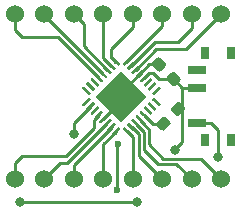
<source format=gbr>
G04 #@! TF.GenerationSoftware,KiCad,Pcbnew,5.1.6-c6e7f7d~87~ubuntu19.10.1*
G04 #@! TF.CreationDate,2020-11-06T01:06:48+01:00*
G04 #@! TF.ProjectId,board_attiny48_88,626f6172-645f-4617-9474-696e7934385f,rev?*
G04 #@! TF.SameCoordinates,Original*
G04 #@! TF.FileFunction,Copper,L1,Top*
G04 #@! TF.FilePolarity,Positive*
%FSLAX46Y46*%
G04 Gerber Fmt 4.6, Leading zero omitted, Abs format (unit mm)*
G04 Created by KiCad (PCBNEW 5.1.6-c6e7f7d~87~ubuntu19.10.1) date 2020-11-06 01:06:48*
%MOMM*%
%LPD*%
G01*
G04 APERTURE LIST*
G04 #@! TA.AperFunction,SMDPad,CuDef*
%ADD10C,0.100000*%
G04 #@! TD*
G04 #@! TA.AperFunction,ComponentPad*
%ADD11C,1.524000*%
G04 #@! TD*
G04 #@! TA.AperFunction,SMDPad,CuDef*
%ADD12R,0.800000X1.000000*%
G04 #@! TD*
G04 #@! TA.AperFunction,SMDPad,CuDef*
%ADD13R,1.500000X0.700000*%
G04 #@! TD*
G04 #@! TA.AperFunction,ViaPad*
%ADD14C,0.800000*%
G04 #@! TD*
G04 #@! TA.AperFunction,ViaPad*
%ADD15C,0.600000*%
G04 #@! TD*
G04 #@! TA.AperFunction,Conductor*
%ADD16C,0.250000*%
G04 #@! TD*
G04 #@! TA.AperFunction,Conductor*
%ADD17C,0.350000*%
G04 #@! TD*
G04 APERTURE END LIST*
G04 #@! TA.AperFunction,SMDPad,CuDef*
G36*
G01*
X80355775Y-45213711D02*
X80444163Y-45302099D01*
G75*
G02*
X80444163Y-45390487I-44194J-44194D01*
G01*
X79913833Y-45920817D01*
G75*
G02*
X79825445Y-45920817I-44194J44194D01*
G01*
X79737057Y-45832429D01*
G75*
G02*
X79737057Y-45744041I44194J44194D01*
G01*
X80267387Y-45213711D01*
G75*
G02*
X80355775Y-45213711I44194J-44194D01*
G01*
G37*
G04 #@! TD.AperFunction*
G04 #@! TA.AperFunction,SMDPad,CuDef*
G36*
G01*
X80002221Y-44860158D02*
X80090609Y-44948546D01*
G75*
G02*
X80090609Y-45036934I-44194J-44194D01*
G01*
X79560279Y-45567264D01*
G75*
G02*
X79471891Y-45567264I-44194J44194D01*
G01*
X79383503Y-45478876D01*
G75*
G02*
X79383503Y-45390488I44194J44194D01*
G01*
X79913833Y-44860158D01*
G75*
G02*
X80002221Y-44860158I44194J-44194D01*
G01*
G37*
G04 #@! TD.AperFunction*
G04 #@! TA.AperFunction,SMDPad,CuDef*
G36*
G01*
X79648668Y-44506604D02*
X79737056Y-44594992D01*
G75*
G02*
X79737056Y-44683380I-44194J-44194D01*
G01*
X79206726Y-45213710D01*
G75*
G02*
X79118338Y-45213710I-44194J44194D01*
G01*
X79029950Y-45125322D01*
G75*
G02*
X79029950Y-45036934I44194J44194D01*
G01*
X79560280Y-44506604D01*
G75*
G02*
X79648668Y-44506604I44194J-44194D01*
G01*
G37*
G04 #@! TD.AperFunction*
G04 #@! TA.AperFunction,SMDPad,CuDef*
G36*
G01*
X79295114Y-44153051D02*
X79383502Y-44241439D01*
G75*
G02*
X79383502Y-44329827I-44194J-44194D01*
G01*
X78853172Y-44860157D01*
G75*
G02*
X78764784Y-44860157I-44194J44194D01*
G01*
X78676396Y-44771769D01*
G75*
G02*
X78676396Y-44683381I44194J44194D01*
G01*
X79206726Y-44153051D01*
G75*
G02*
X79295114Y-44153051I44194J-44194D01*
G01*
G37*
G04 #@! TD.AperFunction*
G04 #@! TA.AperFunction,SMDPad,CuDef*
G36*
G01*
X78941561Y-43799498D02*
X79029949Y-43887886D01*
G75*
G02*
X79029949Y-43976274I-44194J-44194D01*
G01*
X78499619Y-44506604D01*
G75*
G02*
X78411231Y-44506604I-44194J44194D01*
G01*
X78322843Y-44418216D01*
G75*
G02*
X78322843Y-44329828I44194J44194D01*
G01*
X78853173Y-43799498D01*
G75*
G02*
X78941561Y-43799498I44194J-44194D01*
G01*
G37*
G04 #@! TD.AperFunction*
G04 #@! TA.AperFunction,SMDPad,CuDef*
G36*
G01*
X78588008Y-43445944D02*
X78676396Y-43534332D01*
G75*
G02*
X78676396Y-43622720I-44194J-44194D01*
G01*
X78146066Y-44153050D01*
G75*
G02*
X78057678Y-44153050I-44194J44194D01*
G01*
X77969290Y-44064662D01*
G75*
G02*
X77969290Y-43976274I44194J44194D01*
G01*
X78499620Y-43445944D01*
G75*
G02*
X78588008Y-43445944I44194J-44194D01*
G01*
G37*
G04 #@! TD.AperFunction*
G04 #@! TA.AperFunction,SMDPad,CuDef*
G36*
G01*
X78234454Y-43092391D02*
X78322842Y-43180779D01*
G75*
G02*
X78322842Y-43269167I-44194J-44194D01*
G01*
X77792512Y-43799497D01*
G75*
G02*
X77704124Y-43799497I-44194J44194D01*
G01*
X77615736Y-43711109D01*
G75*
G02*
X77615736Y-43622721I44194J44194D01*
G01*
X78146066Y-43092391D01*
G75*
G02*
X78234454Y-43092391I44194J-44194D01*
G01*
G37*
G04 #@! TD.AperFunction*
G04 #@! TA.AperFunction,SMDPad,CuDef*
G36*
G01*
X77880901Y-42738837D02*
X77969289Y-42827225D01*
G75*
G02*
X77969289Y-42915613I-44194J-44194D01*
G01*
X77438959Y-43445943D01*
G75*
G02*
X77350571Y-43445943I-44194J44194D01*
G01*
X77262183Y-43357555D01*
G75*
G02*
X77262183Y-43269167I44194J44194D01*
G01*
X77792513Y-42738837D01*
G75*
G02*
X77880901Y-42738837I44194J-44194D01*
G01*
G37*
G04 #@! TD.AperFunction*
G04 #@! TA.AperFunction,SMDPad,CuDef*
G36*
G01*
X76466687Y-42738837D02*
X76997017Y-43269167D01*
G75*
G02*
X76997017Y-43357555I-44194J-44194D01*
G01*
X76908629Y-43445943D01*
G75*
G02*
X76820241Y-43445943I-44194J44194D01*
G01*
X76289911Y-42915613D01*
G75*
G02*
X76289911Y-42827225I44194J44194D01*
G01*
X76378299Y-42738837D01*
G75*
G02*
X76466687Y-42738837I44194J-44194D01*
G01*
G37*
G04 #@! TD.AperFunction*
G04 #@! TA.AperFunction,SMDPad,CuDef*
G36*
G01*
X76113134Y-43092391D02*
X76643464Y-43622721D01*
G75*
G02*
X76643464Y-43711109I-44194J-44194D01*
G01*
X76555076Y-43799497D01*
G75*
G02*
X76466688Y-43799497I-44194J44194D01*
G01*
X75936358Y-43269167D01*
G75*
G02*
X75936358Y-43180779I44194J44194D01*
G01*
X76024746Y-43092391D01*
G75*
G02*
X76113134Y-43092391I44194J-44194D01*
G01*
G37*
G04 #@! TD.AperFunction*
G04 #@! TA.AperFunction,SMDPad,CuDef*
G36*
G01*
X75759580Y-43445944D02*
X76289910Y-43976274D01*
G75*
G02*
X76289910Y-44064662I-44194J-44194D01*
G01*
X76201522Y-44153050D01*
G75*
G02*
X76113134Y-44153050I-44194J44194D01*
G01*
X75582804Y-43622720D01*
G75*
G02*
X75582804Y-43534332I44194J44194D01*
G01*
X75671192Y-43445944D01*
G75*
G02*
X75759580Y-43445944I44194J-44194D01*
G01*
G37*
G04 #@! TD.AperFunction*
G04 #@! TA.AperFunction,SMDPad,CuDef*
G36*
G01*
X75406027Y-43799498D02*
X75936357Y-44329828D01*
G75*
G02*
X75936357Y-44418216I-44194J-44194D01*
G01*
X75847969Y-44506604D01*
G75*
G02*
X75759581Y-44506604I-44194J44194D01*
G01*
X75229251Y-43976274D01*
G75*
G02*
X75229251Y-43887886I44194J44194D01*
G01*
X75317639Y-43799498D01*
G75*
G02*
X75406027Y-43799498I44194J-44194D01*
G01*
G37*
G04 #@! TD.AperFunction*
G04 #@! TA.AperFunction,SMDPad,CuDef*
G36*
G01*
X75052474Y-44153051D02*
X75582804Y-44683381D01*
G75*
G02*
X75582804Y-44771769I-44194J-44194D01*
G01*
X75494416Y-44860157D01*
G75*
G02*
X75406028Y-44860157I-44194J44194D01*
G01*
X74875698Y-44329827D01*
G75*
G02*
X74875698Y-44241439I44194J44194D01*
G01*
X74964086Y-44153051D01*
G75*
G02*
X75052474Y-44153051I44194J-44194D01*
G01*
G37*
G04 #@! TD.AperFunction*
G04 #@! TA.AperFunction,SMDPad,CuDef*
G36*
G01*
X74698920Y-44506604D02*
X75229250Y-45036934D01*
G75*
G02*
X75229250Y-45125322I-44194J-44194D01*
G01*
X75140862Y-45213710D01*
G75*
G02*
X75052474Y-45213710I-44194J44194D01*
G01*
X74522144Y-44683380D01*
G75*
G02*
X74522144Y-44594992I44194J44194D01*
G01*
X74610532Y-44506604D01*
G75*
G02*
X74698920Y-44506604I44194J-44194D01*
G01*
G37*
G04 #@! TD.AperFunction*
G04 #@! TA.AperFunction,SMDPad,CuDef*
G36*
G01*
X74345367Y-44860158D02*
X74875697Y-45390488D01*
G75*
G02*
X74875697Y-45478876I-44194J-44194D01*
G01*
X74787309Y-45567264D01*
G75*
G02*
X74698921Y-45567264I-44194J44194D01*
G01*
X74168591Y-45036934D01*
G75*
G02*
X74168591Y-44948546I44194J44194D01*
G01*
X74256979Y-44860158D01*
G75*
G02*
X74345367Y-44860158I44194J-44194D01*
G01*
G37*
G04 #@! TD.AperFunction*
G04 #@! TA.AperFunction,SMDPad,CuDef*
G36*
G01*
X73991813Y-45213711D02*
X74522143Y-45744041D01*
G75*
G02*
X74522143Y-45832429I-44194J-44194D01*
G01*
X74433755Y-45920817D01*
G75*
G02*
X74345367Y-45920817I-44194J44194D01*
G01*
X73815037Y-45390487D01*
G75*
G02*
X73815037Y-45302099I44194J44194D01*
G01*
X73903425Y-45213711D01*
G75*
G02*
X73991813Y-45213711I44194J-44194D01*
G01*
G37*
G04 #@! TD.AperFunction*
G04 #@! TA.AperFunction,SMDPad,CuDef*
G36*
G01*
X74433755Y-46185983D02*
X74522143Y-46274371D01*
G75*
G02*
X74522143Y-46362759I-44194J-44194D01*
G01*
X73991813Y-46893089D01*
G75*
G02*
X73903425Y-46893089I-44194J44194D01*
G01*
X73815037Y-46804701D01*
G75*
G02*
X73815037Y-46716313I44194J44194D01*
G01*
X74345367Y-46185983D01*
G75*
G02*
X74433755Y-46185983I44194J-44194D01*
G01*
G37*
G04 #@! TD.AperFunction*
G04 #@! TA.AperFunction,SMDPad,CuDef*
G36*
G01*
X74787309Y-46539536D02*
X74875697Y-46627924D01*
G75*
G02*
X74875697Y-46716312I-44194J-44194D01*
G01*
X74345367Y-47246642D01*
G75*
G02*
X74256979Y-47246642I-44194J44194D01*
G01*
X74168591Y-47158254D01*
G75*
G02*
X74168591Y-47069866I44194J44194D01*
G01*
X74698921Y-46539536D01*
G75*
G02*
X74787309Y-46539536I44194J-44194D01*
G01*
G37*
G04 #@! TD.AperFunction*
G04 #@! TA.AperFunction,SMDPad,CuDef*
G36*
G01*
X75140862Y-46893090D02*
X75229250Y-46981478D01*
G75*
G02*
X75229250Y-47069866I-44194J-44194D01*
G01*
X74698920Y-47600196D01*
G75*
G02*
X74610532Y-47600196I-44194J44194D01*
G01*
X74522144Y-47511808D01*
G75*
G02*
X74522144Y-47423420I44194J44194D01*
G01*
X75052474Y-46893090D01*
G75*
G02*
X75140862Y-46893090I44194J-44194D01*
G01*
G37*
G04 #@! TD.AperFunction*
G04 #@! TA.AperFunction,SMDPad,CuDef*
G36*
G01*
X75494416Y-47246643D02*
X75582804Y-47335031D01*
G75*
G02*
X75582804Y-47423419I-44194J-44194D01*
G01*
X75052474Y-47953749D01*
G75*
G02*
X74964086Y-47953749I-44194J44194D01*
G01*
X74875698Y-47865361D01*
G75*
G02*
X74875698Y-47776973I44194J44194D01*
G01*
X75406028Y-47246643D01*
G75*
G02*
X75494416Y-47246643I44194J-44194D01*
G01*
G37*
G04 #@! TD.AperFunction*
G04 #@! TA.AperFunction,SMDPad,CuDef*
G36*
G01*
X75847969Y-47600196D02*
X75936357Y-47688584D01*
G75*
G02*
X75936357Y-47776972I-44194J-44194D01*
G01*
X75406027Y-48307302D01*
G75*
G02*
X75317639Y-48307302I-44194J44194D01*
G01*
X75229251Y-48218914D01*
G75*
G02*
X75229251Y-48130526I44194J44194D01*
G01*
X75759581Y-47600196D01*
G75*
G02*
X75847969Y-47600196I44194J-44194D01*
G01*
G37*
G04 #@! TD.AperFunction*
G04 #@! TA.AperFunction,SMDPad,CuDef*
G36*
G01*
X76201522Y-47953750D02*
X76289910Y-48042138D01*
G75*
G02*
X76289910Y-48130526I-44194J-44194D01*
G01*
X75759580Y-48660856D01*
G75*
G02*
X75671192Y-48660856I-44194J44194D01*
G01*
X75582804Y-48572468D01*
G75*
G02*
X75582804Y-48484080I44194J44194D01*
G01*
X76113134Y-47953750D01*
G75*
G02*
X76201522Y-47953750I44194J-44194D01*
G01*
G37*
G04 #@! TD.AperFunction*
G04 #@! TA.AperFunction,SMDPad,CuDef*
G36*
G01*
X76555076Y-48307303D02*
X76643464Y-48395691D01*
G75*
G02*
X76643464Y-48484079I-44194J-44194D01*
G01*
X76113134Y-49014409D01*
G75*
G02*
X76024746Y-49014409I-44194J44194D01*
G01*
X75936358Y-48926021D01*
G75*
G02*
X75936358Y-48837633I44194J44194D01*
G01*
X76466688Y-48307303D01*
G75*
G02*
X76555076Y-48307303I44194J-44194D01*
G01*
G37*
G04 #@! TD.AperFunction*
G04 #@! TA.AperFunction,SMDPad,CuDef*
G36*
G01*
X76908629Y-48660857D02*
X76997017Y-48749245D01*
G75*
G02*
X76997017Y-48837633I-44194J-44194D01*
G01*
X76466687Y-49367963D01*
G75*
G02*
X76378299Y-49367963I-44194J44194D01*
G01*
X76289911Y-49279575D01*
G75*
G02*
X76289911Y-49191187I44194J44194D01*
G01*
X76820241Y-48660857D01*
G75*
G02*
X76908629Y-48660857I44194J-44194D01*
G01*
G37*
G04 #@! TD.AperFunction*
G04 #@! TA.AperFunction,SMDPad,CuDef*
G36*
G01*
X77438959Y-48660857D02*
X77969289Y-49191187D01*
G75*
G02*
X77969289Y-49279575I-44194J-44194D01*
G01*
X77880901Y-49367963D01*
G75*
G02*
X77792513Y-49367963I-44194J44194D01*
G01*
X77262183Y-48837633D01*
G75*
G02*
X77262183Y-48749245I44194J44194D01*
G01*
X77350571Y-48660857D01*
G75*
G02*
X77438959Y-48660857I44194J-44194D01*
G01*
G37*
G04 #@! TD.AperFunction*
G04 #@! TA.AperFunction,SMDPad,CuDef*
G36*
G01*
X77792512Y-48307303D02*
X78322842Y-48837633D01*
G75*
G02*
X78322842Y-48926021I-44194J-44194D01*
G01*
X78234454Y-49014409D01*
G75*
G02*
X78146066Y-49014409I-44194J44194D01*
G01*
X77615736Y-48484079D01*
G75*
G02*
X77615736Y-48395691I44194J44194D01*
G01*
X77704124Y-48307303D01*
G75*
G02*
X77792512Y-48307303I44194J-44194D01*
G01*
G37*
G04 #@! TD.AperFunction*
G04 #@! TA.AperFunction,SMDPad,CuDef*
G36*
G01*
X78146066Y-47953750D02*
X78676396Y-48484080D01*
G75*
G02*
X78676396Y-48572468I-44194J-44194D01*
G01*
X78588008Y-48660856D01*
G75*
G02*
X78499620Y-48660856I-44194J44194D01*
G01*
X77969290Y-48130526D01*
G75*
G02*
X77969290Y-48042138I44194J44194D01*
G01*
X78057678Y-47953750D01*
G75*
G02*
X78146066Y-47953750I44194J-44194D01*
G01*
G37*
G04 #@! TD.AperFunction*
G04 #@! TA.AperFunction,SMDPad,CuDef*
G36*
G01*
X78499619Y-47600196D02*
X79029949Y-48130526D01*
G75*
G02*
X79029949Y-48218914I-44194J-44194D01*
G01*
X78941561Y-48307302D01*
G75*
G02*
X78853173Y-48307302I-44194J44194D01*
G01*
X78322843Y-47776972D01*
G75*
G02*
X78322843Y-47688584I44194J44194D01*
G01*
X78411231Y-47600196D01*
G75*
G02*
X78499619Y-47600196I44194J-44194D01*
G01*
G37*
G04 #@! TD.AperFunction*
G04 #@! TA.AperFunction,SMDPad,CuDef*
G36*
G01*
X78853172Y-47246643D02*
X79383502Y-47776973D01*
G75*
G02*
X79383502Y-47865361I-44194J-44194D01*
G01*
X79295114Y-47953749D01*
G75*
G02*
X79206726Y-47953749I-44194J44194D01*
G01*
X78676396Y-47423419D01*
G75*
G02*
X78676396Y-47335031I44194J44194D01*
G01*
X78764784Y-47246643D01*
G75*
G02*
X78853172Y-47246643I44194J-44194D01*
G01*
G37*
G04 #@! TD.AperFunction*
G04 #@! TA.AperFunction,SMDPad,CuDef*
G36*
G01*
X79206726Y-46893090D02*
X79737056Y-47423420D01*
G75*
G02*
X79737056Y-47511808I-44194J-44194D01*
G01*
X79648668Y-47600196D01*
G75*
G02*
X79560280Y-47600196I-44194J44194D01*
G01*
X79029950Y-47069866D01*
G75*
G02*
X79029950Y-46981478I44194J44194D01*
G01*
X79118338Y-46893090D01*
G75*
G02*
X79206726Y-46893090I44194J-44194D01*
G01*
G37*
G04 #@! TD.AperFunction*
G04 #@! TA.AperFunction,SMDPad,CuDef*
G36*
G01*
X79560279Y-46539536D02*
X80090609Y-47069866D01*
G75*
G02*
X80090609Y-47158254I-44194J-44194D01*
G01*
X80002221Y-47246642D01*
G75*
G02*
X79913833Y-47246642I-44194J44194D01*
G01*
X79383503Y-46716312D01*
G75*
G02*
X79383503Y-46627924I44194J44194D01*
G01*
X79471891Y-46539536D01*
G75*
G02*
X79560279Y-46539536I44194J-44194D01*
G01*
G37*
G04 #@! TD.AperFunction*
G04 #@! TA.AperFunction,SMDPad,CuDef*
G36*
G01*
X79913833Y-46185983D02*
X80444163Y-46716313D01*
G75*
G02*
X80444163Y-46804701I-44194J-44194D01*
G01*
X80355775Y-46893089D01*
G75*
G02*
X80267387Y-46893089I-44194J44194D01*
G01*
X79737057Y-46362759D01*
G75*
G02*
X79737057Y-46274371I44194J44194D01*
G01*
X79825445Y-46185983D01*
G75*
G02*
X79913833Y-46185983I44194J-44194D01*
G01*
G37*
G04 #@! TD.AperFunction*
G04 #@! TA.AperFunction,SMDPad,CuDef*
D10*
G36*
X77129600Y-43861369D02*
G01*
X79321631Y-46053400D01*
X77129600Y-48245431D01*
X74937569Y-46053400D01*
X77129600Y-43861369D01*
G37*
G04 #@! TD.AperFunction*
G04 #@! TA.AperFunction,SMDPad,CuDef*
G36*
G01*
X80488871Y-48880005D02*
X80152995Y-48544129D01*
G75*
G02*
X80152995Y-48208253I167938J167938D01*
G01*
X80559581Y-47801667D01*
G75*
G02*
X80895457Y-47801667I167938J-167938D01*
G01*
X81231333Y-48137543D01*
G75*
G02*
X81231333Y-48473419I-167938J-167938D01*
G01*
X80824747Y-48880005D01*
G75*
G02*
X80488871Y-48880005I-167938J167938D01*
G01*
G37*
G04 #@! TD.AperFunction*
G04 #@! TA.AperFunction,SMDPad,CuDef*
G36*
G01*
X81726307Y-47642569D02*
X81390431Y-47306693D01*
G75*
G02*
X81390431Y-46970817I167938J167938D01*
G01*
X81797017Y-46564231D01*
G75*
G02*
X82132893Y-46564231I167938J-167938D01*
G01*
X82468769Y-46900107D01*
G75*
G02*
X82468769Y-47235983I-167938J-167938D01*
G01*
X82062183Y-47642569D01*
G75*
G02*
X81726307Y-47642569I-167938J167938D01*
G01*
G37*
G04 #@! TD.AperFunction*
D11*
X68097700Y-39050200D03*
X70597700Y-39050200D03*
X73097700Y-39050200D03*
X75597700Y-39050200D03*
X78097700Y-39050200D03*
X80597700Y-39050200D03*
X83097700Y-39050200D03*
X85597700Y-39050200D03*
X85597700Y-53050200D03*
X83097700Y-53050200D03*
X80597700Y-53050200D03*
X78097700Y-53050200D03*
X75597700Y-53050200D03*
X73097700Y-53050200D03*
X70597700Y-53050200D03*
X68097700Y-53050200D03*
D12*
X84199600Y-49703400D03*
X84199600Y-42403400D03*
X86409600Y-42403400D03*
X86409600Y-49703400D03*
D13*
X83549600Y-43803400D03*
X83549600Y-45303400D03*
X83549600Y-48303400D03*
G04 #@! TA.AperFunction,SMDPad,CuDef*
G36*
G01*
X82087487Y-44775411D02*
X81751611Y-45111287D01*
G75*
G02*
X81415735Y-45111287I-167938J167938D01*
G01*
X81009149Y-44704701D01*
G75*
G02*
X81009149Y-44368825I167938J167938D01*
G01*
X81345025Y-44032949D01*
G75*
G02*
X81680901Y-44032949I167938J-167938D01*
G01*
X82087487Y-44439535D01*
G75*
G02*
X82087487Y-44775411I-167938J-167938D01*
G01*
G37*
G04 #@! TD.AperFunction*
G04 #@! TA.AperFunction,SMDPad,CuDef*
G36*
G01*
X80850051Y-43537975D02*
X80514175Y-43873851D01*
G75*
G02*
X80178299Y-43873851I-167938J167938D01*
G01*
X79771713Y-43467265D01*
G75*
G02*
X79771713Y-43131389I167938J167938D01*
G01*
X80107589Y-42795513D01*
G75*
G02*
X80443465Y-42795513I167938J-167938D01*
G01*
X80850051Y-43202099D01*
G75*
G02*
X80850051Y-43537975I-167938J-167938D01*
G01*
G37*
G04 #@! TD.AperFunction*
D14*
X75828094Y-45878400D03*
X77779600Y-45203400D03*
X77779600Y-46653400D03*
X68579600Y-55003400D03*
X78429600Y-55003400D03*
X85279600Y-51153400D03*
D15*
X76779600Y-53953400D03*
X76879582Y-50103400D03*
D14*
X81629600Y-50553400D03*
X73079604Y-49203400D03*
D16*
X73088500Y-53059400D02*
X73097700Y-53050200D01*
X85570000Y-39077900D02*
X85597700Y-39050200D01*
X77129600Y-46406953D02*
X77129600Y-46053400D01*
X75582804Y-47953749D02*
X77129600Y-46406953D01*
X77129600Y-45699847D02*
X77129600Y-46053400D01*
X78676396Y-44153051D02*
X77129600Y-45699847D01*
X79494765Y-43334682D02*
X80310882Y-43334682D01*
X78676396Y-44153051D02*
X79494765Y-43334682D01*
D17*
X76954600Y-45878400D02*
X77129600Y-46053400D01*
X75828094Y-45878400D02*
X76954600Y-45878400D01*
D16*
X77779600Y-45403400D02*
X77779600Y-45203400D01*
X77129600Y-46053400D02*
X77779600Y-45403400D01*
X77729600Y-46653400D02*
X77779600Y-46653400D01*
X77129600Y-46053400D02*
X77729600Y-46653400D01*
X68579600Y-55003400D02*
X78429600Y-55003400D01*
X83549600Y-48303400D02*
X84679600Y-48303400D01*
X85279600Y-48903400D02*
X85279600Y-51153400D01*
X84679600Y-48303400D02*
X85279600Y-48903400D01*
X76779600Y-53953400D02*
X76779600Y-50203382D01*
X76779600Y-50203382D02*
X76879582Y-50103400D01*
X82279600Y-45303400D02*
X81548318Y-44572118D01*
X83549600Y-45303400D02*
X82279600Y-45303400D01*
X80348318Y-44572118D02*
X81548318Y-44572118D01*
X79479600Y-44053400D02*
X79829600Y-44053400D01*
X79029949Y-44503051D02*
X79479600Y-44053400D01*
X79829600Y-44053400D02*
X80348318Y-44572118D01*
X79029949Y-44506604D02*
X79029949Y-44503051D01*
X81929600Y-47103400D02*
X82279600Y-47103400D01*
X82279600Y-45303400D02*
X82279600Y-47103400D01*
X82279600Y-49903400D02*
X81929600Y-50253400D01*
X82279600Y-47103400D02*
X82279600Y-49903400D01*
X81929600Y-50253400D02*
X81629600Y-50553400D01*
X73079604Y-48335629D02*
X73079604Y-49203400D01*
X74522144Y-46893089D02*
X73079604Y-48335629D01*
X79770589Y-48340836D02*
X80692164Y-48340836D01*
X79029949Y-47600196D02*
X79770589Y-48340836D01*
X73097700Y-51853067D02*
X73097700Y-53050200D01*
X76289911Y-48660856D02*
X73097700Y-51853067D01*
X76643464Y-49014410D02*
X76643464Y-49039536D01*
X75597700Y-50085300D02*
X75597700Y-53050200D01*
X76643464Y-49039536D02*
X75597700Y-50085300D01*
X78079600Y-53032100D02*
X78097700Y-53050200D01*
X78079600Y-49478274D02*
X78079600Y-53032100D01*
X77615736Y-49014410D02*
X78079600Y-49478274D01*
X80576400Y-53050200D02*
X80597700Y-53050200D01*
X78579600Y-51053400D02*
X80576400Y-53050200D01*
X78579600Y-49253400D02*
X78579600Y-51053400D01*
X77987056Y-48660856D02*
X78579600Y-49253400D01*
X77969289Y-48660856D02*
X77987056Y-48660856D01*
X83076400Y-53050200D02*
X83097700Y-53050200D01*
X81779600Y-51753400D02*
X83076400Y-53050200D01*
X80229600Y-51753400D02*
X81779600Y-51753400D01*
X79029610Y-50553410D02*
X80229600Y-51753400D01*
X79029610Y-49067000D02*
X79029610Y-50553410D01*
X78322843Y-48360233D02*
X79029610Y-49067000D01*
X78322843Y-48307303D02*
X78322843Y-48360233D01*
X85597700Y-53021500D02*
X85597700Y-53050200D01*
X83879590Y-51303390D02*
X85597700Y-53021500D01*
X80679590Y-51303390D02*
X83879590Y-51303390D01*
X79479620Y-48880600D02*
X79479620Y-50103420D01*
X79019712Y-48420692D02*
X79479620Y-48880600D01*
X79479620Y-50103420D02*
X80679590Y-51303390D01*
X79019712Y-48367762D02*
X79019712Y-48420692D01*
X78676396Y-48024446D02*
X79019712Y-48367762D01*
X78676396Y-47953749D02*
X78676396Y-48024446D01*
X82594500Y-42053400D02*
X85597700Y-39050200D01*
X80068940Y-42053400D02*
X82594500Y-42053400D01*
X78322843Y-43799497D02*
X80068940Y-42053400D01*
X83097700Y-40285300D02*
X83097700Y-39050200D01*
X81947357Y-41435643D02*
X83097700Y-40285300D01*
X79979590Y-41435643D02*
X81947357Y-41435643D01*
X77969289Y-43445944D02*
X79979590Y-41435643D01*
X80579600Y-39068300D02*
X80597700Y-39050200D01*
X80579600Y-40103400D02*
X80579600Y-39068300D01*
X77615736Y-43067264D02*
X80579600Y-40103400D01*
X77615736Y-43092390D02*
X77615736Y-43067264D01*
X73929600Y-39882100D02*
X73097700Y-39050200D01*
X75929094Y-43799497D02*
X73929600Y-41800003D01*
X73929600Y-41800003D02*
X73929600Y-39882100D01*
X75936357Y-43799497D02*
X75929094Y-43799497D01*
X76289911Y-43445944D02*
X76272144Y-43445944D01*
X75597700Y-42771500D02*
X75597700Y-39050200D01*
X76272144Y-43445944D02*
X75597700Y-42771500D01*
X76229600Y-42053400D02*
X78097700Y-40185300D01*
X78097700Y-40185300D02*
X78097700Y-39050200D01*
X76229600Y-42703400D02*
X76229600Y-42053400D01*
X76618590Y-43092390D02*
X76229600Y-42703400D01*
X76643464Y-43092390D02*
X76618590Y-43092390D01*
X71944500Y-51703400D02*
X70597700Y-53050200D01*
X72540260Y-51703400D02*
X71944500Y-51703400D01*
X75936357Y-48307303D02*
X72540260Y-51703400D01*
X68097700Y-51685300D02*
X68097700Y-53050200D01*
X72429600Y-51103400D02*
X68679600Y-51103400D01*
X74779600Y-48753400D02*
X72429600Y-51103400D01*
X68679600Y-51103400D02*
X68097700Y-51685300D01*
X74779600Y-48049847D02*
X74779600Y-48753400D01*
X75229251Y-47600196D02*
X74779600Y-48049847D01*
X75229251Y-44506604D02*
X71726047Y-41003400D01*
X71726047Y-41003400D02*
X68679600Y-41003400D01*
X68097700Y-40421500D02*
X68097700Y-39050200D01*
X68679600Y-41003400D02*
X68097700Y-40421500D01*
X70597700Y-39171500D02*
X70597700Y-39050200D01*
X75579251Y-44153051D02*
X70597700Y-39171500D01*
X75582804Y-44153051D02*
X75579251Y-44153051D01*
M02*

</source>
